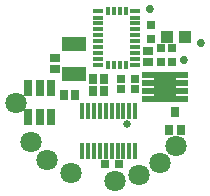
<source format=gts>
G04*
G04 #@! TF.GenerationSoftware,Altium Limited,Altium Designer,20.0.13 (296)*
G04*
G04 Layer_Color=8388736*
%FSLAX25Y25*%
%MOIN*%
G70*
G01*
G75*
%ADD29R,0.02965X0.02965*%
%ADD30R,0.01784X0.05524*%
%ADD31R,0.03162X0.03241*%
%ADD32R,0.04147X0.02178*%
%ADD33R,0.07493X0.10446*%
%ADD34R,0.03241X0.03162*%
%ADD35R,0.03950X0.03950*%
%ADD36R,0.02965X0.02965*%
%ADD37R,0.03458X0.01784*%
%ADD38R,0.01784X0.03064*%
%ADD39R,0.07887X0.04737*%
%ADD40R,0.03162X0.05524*%
%ADD41R,0.02690X0.03339*%
%ADD42C,0.02749*%
%ADD43C,0.02572*%
%ADD44C,0.07099*%
D29*
X29700Y5500D02*
D03*
X34300D02*
D03*
X39800Y34000D02*
D03*
X35200D02*
D03*
Y30500D02*
D03*
X39800D02*
D03*
D30*
X39858Y23193D02*
D03*
Y9807D02*
D03*
X37890Y23193D02*
D03*
Y9807D02*
D03*
X35921Y23193D02*
D03*
Y9807D02*
D03*
X33953Y23193D02*
D03*
Y9807D02*
D03*
X31984Y23193D02*
D03*
Y9807D02*
D03*
X30016Y23193D02*
D03*
Y9807D02*
D03*
X28047Y23193D02*
D03*
Y9807D02*
D03*
X26079Y23193D02*
D03*
Y9807D02*
D03*
X24110Y23193D02*
D03*
Y9807D02*
D03*
X22142Y23193D02*
D03*
Y9807D02*
D03*
D31*
X16189Y28500D02*
D03*
X19811D02*
D03*
X25689Y34000D02*
D03*
X29311D02*
D03*
X25689Y30000D02*
D03*
X29311D02*
D03*
D32*
X44000Y35059D02*
D03*
Y32500D02*
D03*
Y29941D02*
D03*
Y27382D02*
D03*
X55417D02*
D03*
Y29941D02*
D03*
Y32500D02*
D03*
Y35059D02*
D03*
D33*
X49709Y31220D02*
D03*
D34*
X44000Y39689D02*
D03*
Y43311D02*
D03*
X13000Y37189D02*
D03*
Y40811D02*
D03*
D35*
X56453Y48000D02*
D03*
X50547D02*
D03*
D36*
X45000Y51800D02*
D03*
Y47200D02*
D03*
X52000Y39700D02*
D03*
Y44300D02*
D03*
X48500D02*
D03*
Y39700D02*
D03*
D37*
X27539Y38642D02*
D03*
X39843Y38394D02*
D03*
Y40610D02*
D03*
Y42579D02*
D03*
Y44547D02*
D03*
Y46516D02*
D03*
Y48484D02*
D03*
Y50453D02*
D03*
Y52421D02*
D03*
Y54390D02*
D03*
Y56410D02*
D03*
X27539Y56606D02*
D03*
Y54390D02*
D03*
Y52421D02*
D03*
Y50453D02*
D03*
Y48484D02*
D03*
Y46516D02*
D03*
Y44547D02*
D03*
Y42579D02*
D03*
Y40610D02*
D03*
D38*
X30736Y38394D02*
D03*
X32705D02*
D03*
X34673D02*
D03*
X36642D02*
D03*
Y56606D02*
D03*
X34673D02*
D03*
X32705D02*
D03*
X30736D02*
D03*
D39*
X19500Y45421D02*
D03*
Y35579D02*
D03*
D40*
X4260Y30921D02*
D03*
X8000D02*
D03*
X11740D02*
D03*
Y21079D02*
D03*
X8000D02*
D03*
X4260D02*
D03*
D41*
X51032Y17039D02*
D03*
X54969D02*
D03*
X53000Y22961D02*
D03*
D42*
X61667Y46025D02*
D03*
X56010Y40368D02*
D03*
X44697Y57339D02*
D03*
D43*
X37000Y19000D02*
D03*
D44*
X33000Y0D02*
D03*
X0Y26000D02*
D03*
X48000Y6000D02*
D03*
X18500Y2500D02*
D03*
X10500Y7000D02*
D03*
X53500Y11500D02*
D03*
X5000Y13000D02*
D03*
X41000Y2000D02*
D03*
M02*

</source>
